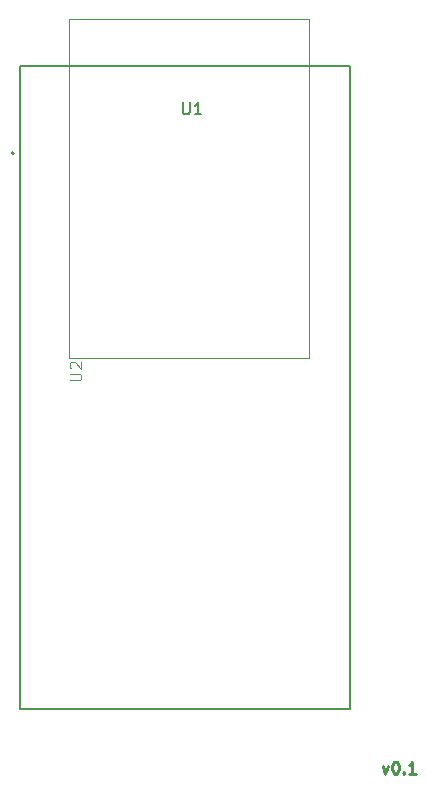
<source format=gbr>
%TF.GenerationSoftware,KiCad,Pcbnew,8.0.2-8.0.2-0~ubuntu20.04.1*%
%TF.CreationDate,2024-11-25T18:09:51+05:30*%
%TF.ProjectId,VayuVani-GS,56617975-5661-46e6-992d-47532e6b6963,rev?*%
%TF.SameCoordinates,Original*%
%TF.FileFunction,Legend,Top*%
%TF.FilePolarity,Positive*%
%FSLAX46Y46*%
G04 Gerber Fmt 4.6, Leading zero omitted, Abs format (unit mm)*
G04 Created by KiCad (PCBNEW 8.0.2-8.0.2-0~ubuntu20.04.1) date 2024-11-25 18:09:51*
%MOMM*%
%LPD*%
G01*
G04 APERTURE LIST*
%ADD10C,0.250000*%
%ADD11C,0.100000*%
%ADD12C,0.150000*%
%ADD13C,0.127000*%
%ADD14C,0.200000*%
G04 APERTURE END LIST*
D10*
X121927330Y-116337952D02*
X122165425Y-117004619D01*
X122165425Y-117004619D02*
X122403520Y-116337952D01*
X122974949Y-116004619D02*
X123070187Y-116004619D01*
X123070187Y-116004619D02*
X123165425Y-116052238D01*
X123165425Y-116052238D02*
X123213044Y-116099857D01*
X123213044Y-116099857D02*
X123260663Y-116195095D01*
X123260663Y-116195095D02*
X123308282Y-116385571D01*
X123308282Y-116385571D02*
X123308282Y-116623666D01*
X123308282Y-116623666D02*
X123260663Y-116814142D01*
X123260663Y-116814142D02*
X123213044Y-116909380D01*
X123213044Y-116909380D02*
X123165425Y-116957000D01*
X123165425Y-116957000D02*
X123070187Y-117004619D01*
X123070187Y-117004619D02*
X122974949Y-117004619D01*
X122974949Y-117004619D02*
X122879711Y-116957000D01*
X122879711Y-116957000D02*
X122832092Y-116909380D01*
X122832092Y-116909380D02*
X122784473Y-116814142D01*
X122784473Y-116814142D02*
X122736854Y-116623666D01*
X122736854Y-116623666D02*
X122736854Y-116385571D01*
X122736854Y-116385571D02*
X122784473Y-116195095D01*
X122784473Y-116195095D02*
X122832092Y-116099857D01*
X122832092Y-116099857D02*
X122879711Y-116052238D01*
X122879711Y-116052238D02*
X122974949Y-116004619D01*
X123736854Y-116909380D02*
X123784473Y-116957000D01*
X123784473Y-116957000D02*
X123736854Y-117004619D01*
X123736854Y-117004619D02*
X123689235Y-116957000D01*
X123689235Y-116957000D02*
X123736854Y-116909380D01*
X123736854Y-116909380D02*
X123736854Y-117004619D01*
X124736853Y-117004619D02*
X124165425Y-117004619D01*
X124451139Y-117004619D02*
X124451139Y-116004619D01*
X124451139Y-116004619D02*
X124355901Y-116147476D01*
X124355901Y-116147476D02*
X124260663Y-116242714D01*
X124260663Y-116242714D02*
X124165425Y-116290333D01*
D11*
X95427419Y-83701904D02*
X96236942Y-83701904D01*
X96236942Y-83701904D02*
X96332180Y-83654285D01*
X96332180Y-83654285D02*
X96379800Y-83606666D01*
X96379800Y-83606666D02*
X96427419Y-83511428D01*
X96427419Y-83511428D02*
X96427419Y-83320952D01*
X96427419Y-83320952D02*
X96379800Y-83225714D01*
X96379800Y-83225714D02*
X96332180Y-83178095D01*
X96332180Y-83178095D02*
X96236942Y-83130476D01*
X96236942Y-83130476D02*
X95427419Y-83130476D01*
X95522657Y-82701904D02*
X95475038Y-82654285D01*
X95475038Y-82654285D02*
X95427419Y-82559047D01*
X95427419Y-82559047D02*
X95427419Y-82320952D01*
X95427419Y-82320952D02*
X95475038Y-82225714D01*
X95475038Y-82225714D02*
X95522657Y-82178095D01*
X95522657Y-82178095D02*
X95617895Y-82130476D01*
X95617895Y-82130476D02*
X95713133Y-82130476D01*
X95713133Y-82130476D02*
X95855990Y-82178095D01*
X95855990Y-82178095D02*
X96427419Y-82749523D01*
X96427419Y-82749523D02*
X96427419Y-82130476D01*
D12*
X105027801Y-60174612D02*
X105027801Y-60984448D01*
X105027801Y-60984448D02*
X105075438Y-61079723D01*
X105075438Y-61079723D02*
X105123076Y-61127361D01*
X105123076Y-61127361D02*
X105218350Y-61174998D01*
X105218350Y-61174998D02*
X105408900Y-61174998D01*
X105408900Y-61174998D02*
X105504175Y-61127361D01*
X105504175Y-61127361D02*
X105551812Y-61079723D01*
X105551812Y-61079723D02*
X105599450Y-60984448D01*
X105599450Y-60984448D02*
X105599450Y-60174612D01*
X106599835Y-61174998D02*
X106028186Y-61174998D01*
X106314011Y-61174998D02*
X106314011Y-60174612D01*
X106314011Y-60174612D02*
X106218736Y-60317524D01*
X106218736Y-60317524D02*
X106123461Y-60412799D01*
X106123461Y-60412799D02*
X106028186Y-60460437D01*
%TO.C,U2*%
D11*
X95420000Y-81805600D02*
X115740000Y-81805600D01*
X115740000Y-53105600D01*
X95420000Y-53105600D01*
X95420000Y-81805600D01*
D13*
%TO.C,U1*%
X91254000Y-57100000D02*
X119154000Y-57100000D01*
X91254000Y-111500000D02*
X91254000Y-57100000D01*
X119154000Y-57100000D02*
X119154000Y-111500000D01*
X119154000Y-111500000D02*
X91254000Y-111500000D01*
D14*
X90704000Y-64490000D02*
G75*
G02*
X90504000Y-64490000I-100000J0D01*
G01*
X90504000Y-64490000D02*
G75*
G02*
X90704000Y-64490000I100000J0D01*
G01*
%TD*%
M02*

</source>
